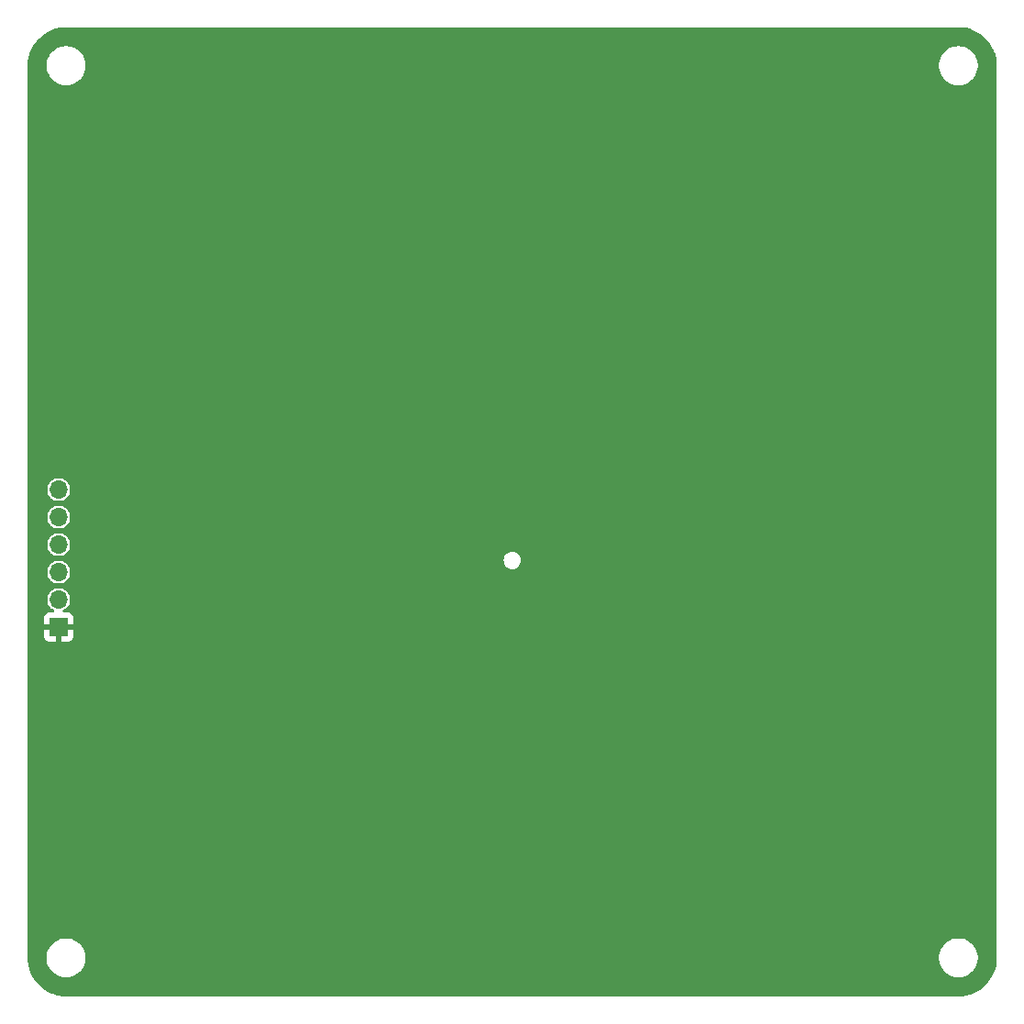
<source format=gbr>
%TF.GenerationSoftware,KiCad,Pcbnew,7.0.6-0*%
%TF.CreationDate,2024-12-08T09:24:40-03:00*%
%TF.ProjectId,CommsBoard,436f6d6d-7342-46f6-9172-642e6b696361,rev?*%
%TF.SameCoordinates,Original*%
%TF.FileFunction,Copper,L4,Bot*%
%TF.FilePolarity,Positive*%
%FSLAX46Y46*%
G04 Gerber Fmt 4.6, Leading zero omitted, Abs format (unit mm)*
G04 Created by KiCad (PCBNEW 7.0.6-0) date 2024-12-08 09:24:40*
%MOMM*%
%LPD*%
G01*
G04 APERTURE LIST*
%TA.AperFunction,ComponentPad*%
%ADD10R,1.700000X1.700000*%
%TD*%
%TA.AperFunction,ComponentPad*%
%ADD11O,1.700000X1.700000*%
%TD*%
%TA.AperFunction,ViaPad*%
%ADD12C,0.609600*%
%TD*%
G04 APERTURE END LIST*
D10*
%TO.P,J1,1,Pin_1*%
%TO.N,GND*%
X73610400Y-97550000D03*
D11*
%TO.P,J1,2,Pin_2*%
%TO.N,Net-(J1-Pin_2)*%
X73610400Y-95010000D03*
%TO.P,J1,3,Pin_3*%
%TO.N,Net-(J1-Pin_3)*%
X73610400Y-92470000D03*
%TO.P,J1,4,Pin_4*%
%TO.N,Net-(J1-Pin_4)*%
X73610400Y-89930000D03*
%TO.P,J1,5,Pin_5*%
%TO.N,Net-(J1-Pin_5)*%
X73610400Y-87390000D03*
%TO.P,J1,6,Pin_6*%
%TO.N,Net-(J1-Pin_6)*%
X73610400Y-84850000D03*
%TD*%
D12*
%TO.N,GND*%
X115910400Y-93210000D03*
X129610400Y-88100000D03*
X117510400Y-91410000D03*
X134310400Y-83500000D03*
X116810400Y-84900000D03*
X116710400Y-90010000D03*
X132910400Y-98100000D03*
X145510400Y-81600000D03*
X129810400Y-117000000D03*
X120310400Y-86500000D03*
X101210400Y-106500000D03*
X109510400Y-92510000D03*
X108710400Y-112800000D03*
X140910400Y-101600000D03*
X115110400Y-93210000D03*
X109610400Y-102100000D03*
X117310400Y-92210000D03*
X123010400Y-93800000D03*
X109410400Y-90310000D03*
X97310400Y-99400000D03*
X117310400Y-90610000D03*
X105010400Y-92100000D03*
X114310400Y-90010000D03*
X105010400Y-91000000D03*
X122010400Y-109300000D03*
X115110400Y-89610000D03*
X115910400Y-89610000D03*
X113010400Y-124000000D03*
X114310400Y-92810000D03*
X124410400Y-83700000D03*
X116710400Y-92810000D03*
X146110400Y-96800000D03*
X117210400Y-100800000D03*
X105510400Y-94400000D03*
X105210400Y-89500000D03*
%TD*%
%TA.AperFunction,Conductor*%
%TO.N,GND*%
G36*
X156647293Y-42150640D02*
G01*
X156656825Y-42150602D01*
X156656827Y-42150603D01*
X156682824Y-42150500D01*
X156701189Y-42150500D01*
X156703966Y-42150562D01*
X157046346Y-42166060D01*
X157052395Y-42166632D01*
X157391535Y-42215690D01*
X157397508Y-42216856D01*
X157730166Y-42298997D01*
X157736006Y-42300748D01*
X158058988Y-42415182D01*
X158064623Y-42417497D01*
X158374787Y-42563109D01*
X158380164Y-42565964D01*
X158674528Y-42741356D01*
X158679603Y-42744728D01*
X158955307Y-42948198D01*
X158960024Y-42952052D01*
X159214394Y-43181622D01*
X159218719Y-43185929D01*
X159449292Y-43439375D01*
X159453172Y-43444086D01*
X159657728Y-43718969D01*
X159661123Y-43724032D01*
X159837689Y-44017704D01*
X159840564Y-44023069D01*
X159987406Y-44332643D01*
X159989747Y-44338279D01*
X160003439Y-44376439D01*
X160105465Y-44660803D01*
X160107236Y-44666627D01*
X160140037Y-44797230D01*
X160190699Y-44998951D01*
X160191892Y-45004936D01*
X160242294Y-45343846D01*
X160242894Y-45349920D01*
X160259825Y-45693677D01*
X160259900Y-45696727D01*
X160259900Y-128093670D01*
X160259825Y-128096713D01*
X160242906Y-128441090D01*
X160242310Y-128447148D01*
X160191945Y-128786684D01*
X160190757Y-128792656D01*
X160107352Y-129125625D01*
X160105585Y-129131451D01*
X159989945Y-129454645D01*
X159987615Y-129460270D01*
X159840852Y-129770575D01*
X159837982Y-129775944D01*
X159661518Y-130070355D01*
X159658136Y-130075417D01*
X159453655Y-130351128D01*
X159449793Y-130355834D01*
X159219275Y-130610170D01*
X159214970Y-130614475D01*
X158960634Y-130844993D01*
X158955928Y-130848855D01*
X158680217Y-131053336D01*
X158675155Y-131056718D01*
X158380744Y-131233182D01*
X158375375Y-131236052D01*
X158065070Y-131382815D01*
X158059445Y-131385145D01*
X157736251Y-131500785D01*
X157730425Y-131502552D01*
X157397456Y-131585957D01*
X157391484Y-131587145D01*
X157051948Y-131637510D01*
X157045889Y-131638106D01*
X156757634Y-131652267D01*
X156727372Y-131650036D01*
X156724679Y-131649500D01*
X156724674Y-131649500D01*
X74301529Y-131649500D01*
X74298486Y-131649425D01*
X73955130Y-131632556D01*
X73949071Y-131631960D01*
X73610539Y-131581743D01*
X73604571Y-131580556D01*
X73559400Y-131569242D01*
X73272586Y-131497398D01*
X73266760Y-131495631D01*
X73083568Y-131430084D01*
X72944538Y-131380338D01*
X72938918Y-131378010D01*
X72629527Y-131231680D01*
X72624162Y-131228813D01*
X72330621Y-131052870D01*
X72325559Y-131049488D01*
X72124931Y-130900693D01*
X72050662Y-130845611D01*
X72045958Y-130841750D01*
X71792366Y-130611908D01*
X71788091Y-130607633D01*
X71558247Y-130354039D01*
X71554386Y-130349335D01*
X71350511Y-130074440D01*
X71347129Y-130069378D01*
X71236846Y-129885383D01*
X71171182Y-129775830D01*
X71168319Y-129770472D01*
X71021989Y-129461081D01*
X71019665Y-129455471D01*
X70904366Y-129133232D01*
X70902601Y-129127413D01*
X70876302Y-129022422D01*
X70819439Y-128795412D01*
X70818256Y-128789460D01*
X70798583Y-128656838D01*
X70768038Y-128450922D01*
X70767443Y-128444869D01*
X70757130Y-128234936D01*
X72499500Y-128234936D01*
X72539718Y-128501767D01*
X72539720Y-128501773D01*
X72619262Y-128759641D01*
X72736346Y-129002769D01*
X72736348Y-129002771D01*
X72736349Y-129002774D01*
X72888364Y-129225741D01*
X72888365Y-129225741D01*
X73071910Y-129423557D01*
X73071914Y-129423560D01*
X73071915Y-129423561D01*
X73282898Y-129591815D01*
X73516602Y-129726743D01*
X73767805Y-129825334D01*
X74030897Y-129885383D01*
X74059715Y-129887542D01*
X74232618Y-129900500D01*
X74232624Y-129900500D01*
X74367382Y-129900500D01*
X74518671Y-129889162D01*
X74569103Y-129885383D01*
X74832195Y-129825334D01*
X75083398Y-129726743D01*
X75317102Y-129591815D01*
X75528085Y-129423561D01*
X75711635Y-129225741D01*
X75863651Y-129002775D01*
X75980738Y-128759641D01*
X76060280Y-128501772D01*
X76069427Y-128441090D01*
X76100499Y-128234936D01*
X154899500Y-128234936D01*
X154939718Y-128501767D01*
X154939720Y-128501773D01*
X155019262Y-128759641D01*
X155136346Y-129002769D01*
X155136348Y-129002771D01*
X155136349Y-129002774D01*
X155288364Y-129225740D01*
X155288365Y-129225741D01*
X155471910Y-129423557D01*
X155471914Y-129423560D01*
X155471915Y-129423561D01*
X155682898Y-129591815D01*
X155916602Y-129726743D01*
X156167805Y-129825334D01*
X156430897Y-129885383D01*
X156459715Y-129887542D01*
X156632618Y-129900500D01*
X156632624Y-129900500D01*
X156767382Y-129900500D01*
X156918671Y-129889162D01*
X156969103Y-129885383D01*
X157232195Y-129825334D01*
X157483398Y-129726743D01*
X157717102Y-129591815D01*
X157928085Y-129423561D01*
X158111635Y-129225741D01*
X158263651Y-129002775D01*
X158380738Y-128759641D01*
X158460280Y-128501772D01*
X158469427Y-128441090D01*
X158500499Y-128234936D01*
X158500500Y-128234927D01*
X158500500Y-127965072D01*
X158500499Y-127965063D01*
X158460281Y-127698232D01*
X158460279Y-127698226D01*
X158380738Y-127440359D01*
X158263651Y-127197226D01*
X158111635Y-126974259D01*
X158101358Y-126963183D01*
X157928089Y-126776442D01*
X157887509Y-126744080D01*
X157717102Y-126608185D01*
X157483398Y-126473257D01*
X157483396Y-126473256D01*
X157232195Y-126374666D01*
X157232188Y-126374664D01*
X156969101Y-126314616D01*
X156767382Y-126299500D01*
X156767376Y-126299500D01*
X156632624Y-126299500D01*
X156632618Y-126299500D01*
X156430898Y-126314616D01*
X156167811Y-126374664D01*
X156167804Y-126374666D01*
X155916603Y-126473256D01*
X155916599Y-126473258D01*
X155682898Y-126608185D01*
X155471910Y-126776442D01*
X155288365Y-126974258D01*
X155136345Y-127197231D01*
X155136344Y-127197232D01*
X155019263Y-127440355D01*
X154939720Y-127698226D01*
X154939718Y-127698232D01*
X154899500Y-127965063D01*
X154899500Y-128234936D01*
X76100499Y-128234936D01*
X76100500Y-128234927D01*
X76100500Y-127965072D01*
X76100499Y-127965063D01*
X76060281Y-127698232D01*
X76060279Y-127698226D01*
X75980738Y-127440359D01*
X75863651Y-127197226D01*
X75711635Y-126974259D01*
X75701358Y-126963183D01*
X75528089Y-126776442D01*
X75487509Y-126744080D01*
X75317102Y-126608185D01*
X75083398Y-126473257D01*
X75083396Y-126473256D01*
X74832195Y-126374666D01*
X74832188Y-126374664D01*
X74569101Y-126314616D01*
X74367382Y-126299500D01*
X74367376Y-126299500D01*
X74232624Y-126299500D01*
X74232618Y-126299500D01*
X74030898Y-126314616D01*
X73767811Y-126374664D01*
X73767804Y-126374666D01*
X73516603Y-126473256D01*
X73516599Y-126473258D01*
X73282898Y-126608185D01*
X73071910Y-126776442D01*
X72888365Y-126974258D01*
X72736345Y-127197231D01*
X72736344Y-127197232D01*
X72619263Y-127440355D01*
X72539720Y-127698226D01*
X72539718Y-127698232D01*
X72499500Y-127965063D01*
X72499500Y-128234936D01*
X70757130Y-128234936D01*
X70750575Y-128101512D01*
X70750500Y-128098470D01*
X70750500Y-98447844D01*
X72260400Y-98447844D01*
X72266801Y-98507372D01*
X72266803Y-98507379D01*
X72317045Y-98642086D01*
X72317049Y-98642093D01*
X72403209Y-98757187D01*
X72403212Y-98757190D01*
X72518306Y-98843350D01*
X72518313Y-98843354D01*
X72653020Y-98893596D01*
X72653027Y-98893598D01*
X72712555Y-98899999D01*
X72712572Y-98900000D01*
X73360400Y-98900000D01*
X73360400Y-97985501D01*
X73468085Y-98034680D01*
X73574637Y-98050000D01*
X73646163Y-98050000D01*
X73752715Y-98034680D01*
X73860400Y-97985501D01*
X73860400Y-98900000D01*
X74508228Y-98900000D01*
X74508244Y-98899999D01*
X74567772Y-98893598D01*
X74567779Y-98893596D01*
X74702486Y-98843354D01*
X74702493Y-98843350D01*
X74817587Y-98757190D01*
X74817590Y-98757187D01*
X74903750Y-98642093D01*
X74903754Y-98642086D01*
X74953996Y-98507379D01*
X74953998Y-98507372D01*
X74960399Y-98447844D01*
X74960400Y-98447827D01*
X74960400Y-97800000D01*
X74044086Y-97800000D01*
X74069893Y-97759844D01*
X74110400Y-97621889D01*
X74110400Y-97478111D01*
X74069893Y-97340156D01*
X74044086Y-97300000D01*
X74960400Y-97300000D01*
X74960400Y-96652172D01*
X74960399Y-96652155D01*
X74953998Y-96592627D01*
X74953996Y-96592620D01*
X74903754Y-96457913D01*
X74903750Y-96457906D01*
X74817590Y-96342812D01*
X74817587Y-96342809D01*
X74702493Y-96256649D01*
X74702486Y-96256645D01*
X74567779Y-96206403D01*
X74567772Y-96206401D01*
X74508244Y-96200000D01*
X74107587Y-96200000D01*
X74040548Y-96180315D01*
X73994793Y-96127511D01*
X73984849Y-96058353D01*
X74013874Y-95994797D01*
X74049133Y-95966642D01*
X74196850Y-95887685D01*
X74356810Y-95756410D01*
X74488085Y-95596450D01*
X74585632Y-95413954D01*
X74645700Y-95215934D01*
X74665983Y-95010000D01*
X74645700Y-94804066D01*
X74585632Y-94606046D01*
X74488085Y-94423550D01*
X74436102Y-94360209D01*
X74356810Y-94263589D01*
X74196852Y-94132317D01*
X74196853Y-94132317D01*
X74196850Y-94132315D01*
X74014354Y-94034768D01*
X73816334Y-93974700D01*
X73816332Y-93974699D01*
X73816334Y-93974699D01*
X73610400Y-93954417D01*
X73404467Y-93974699D01*
X73206443Y-94034769D01*
X73096298Y-94093643D01*
X73023950Y-94132315D01*
X73023948Y-94132316D01*
X73023947Y-94132317D01*
X72863989Y-94263589D01*
X72732717Y-94423547D01*
X72635169Y-94606043D01*
X72575099Y-94804067D01*
X72554817Y-95010000D01*
X72575099Y-95215932D01*
X72575100Y-95215934D01*
X72635168Y-95413954D01*
X72732715Y-95596450D01*
X72732717Y-95596452D01*
X72863989Y-95756410D01*
X72960609Y-95835702D01*
X73023950Y-95887685D01*
X73171667Y-95966642D01*
X73221511Y-96015605D01*
X73236971Y-96083743D01*
X73213139Y-96149422D01*
X73157581Y-96191791D01*
X73113213Y-96200000D01*
X72712555Y-96200000D01*
X72653027Y-96206401D01*
X72653020Y-96206403D01*
X72518313Y-96256645D01*
X72518306Y-96256649D01*
X72403212Y-96342809D01*
X72403209Y-96342812D01*
X72317049Y-96457906D01*
X72317045Y-96457913D01*
X72266803Y-96592620D01*
X72266801Y-96592627D01*
X72260400Y-96652155D01*
X72260400Y-97300000D01*
X73176714Y-97300000D01*
X73150907Y-97340156D01*
X73110400Y-97478111D01*
X73110400Y-97621889D01*
X73150907Y-97759844D01*
X73176714Y-97800000D01*
X72260400Y-97800000D01*
X72260400Y-98447844D01*
X70750500Y-98447844D01*
X70750500Y-92469999D01*
X72554817Y-92469999D01*
X72575099Y-92675932D01*
X72575100Y-92675934D01*
X72635168Y-92873954D01*
X72732715Y-93056450D01*
X72732717Y-93056452D01*
X72863989Y-93216410D01*
X72960609Y-93295702D01*
X73023950Y-93347685D01*
X73206446Y-93445232D01*
X73404466Y-93505300D01*
X73404465Y-93505300D01*
X73424747Y-93507297D01*
X73610400Y-93525583D01*
X73816334Y-93505300D01*
X74014354Y-93445232D01*
X74196850Y-93347685D01*
X74356810Y-93216410D01*
X74488085Y-93056450D01*
X74585632Y-92873954D01*
X74645700Y-92675934D01*
X74665983Y-92470000D01*
X74645700Y-92264066D01*
X74585632Y-92066046D01*
X74488085Y-91883550D01*
X74378092Y-91749522D01*
X74356810Y-91723589D01*
X74196852Y-91592317D01*
X74196853Y-91592317D01*
X74196850Y-91592315D01*
X74014354Y-91494768D01*
X73816334Y-91434700D01*
X73816332Y-91434699D01*
X73816334Y-91434699D01*
X73610400Y-91414417D01*
X73404467Y-91434699D01*
X73206443Y-91494769D01*
X73096298Y-91553643D01*
X73023950Y-91592315D01*
X73023948Y-91592316D01*
X73023947Y-91592317D01*
X72863989Y-91723589D01*
X72732717Y-91883547D01*
X72635169Y-92066043D01*
X72575099Y-92264067D01*
X72554817Y-92469999D01*
X70750500Y-92469999D01*
X70750500Y-91400003D01*
X114704835Y-91400003D01*
X114725030Y-91579249D01*
X114725031Y-91579254D01*
X114784611Y-91749523D01*
X114868826Y-91883550D01*
X114880584Y-91902262D01*
X115008138Y-92029816D01*
X115160878Y-92125789D01*
X115331144Y-92185368D01*
X115331145Y-92185368D01*
X115331150Y-92185369D01*
X115421646Y-92195565D01*
X115465440Y-92200499D01*
X115465443Y-92200500D01*
X115465446Y-92200500D01*
X115555357Y-92200500D01*
X115555358Y-92200499D01*
X115622504Y-92192934D01*
X115689649Y-92185369D01*
X115689652Y-92185368D01*
X115689655Y-92185368D01*
X115859922Y-92125789D01*
X116012662Y-92029816D01*
X116140216Y-91902262D01*
X116236189Y-91749522D01*
X116295768Y-91579255D01*
X116295769Y-91579249D01*
X116315965Y-91400003D01*
X116315965Y-91399996D01*
X116295769Y-91220750D01*
X116295768Y-91220745D01*
X116236188Y-91050476D01*
X116182668Y-90965300D01*
X116140216Y-90897738D01*
X116012662Y-90770184D01*
X116012661Y-90770183D01*
X115859923Y-90674211D01*
X115689654Y-90614631D01*
X115689649Y-90614630D01*
X115555360Y-90599500D01*
X115555354Y-90599500D01*
X115465446Y-90599500D01*
X115465439Y-90599500D01*
X115331150Y-90614630D01*
X115331145Y-90614631D01*
X115160876Y-90674211D01*
X115008137Y-90770184D01*
X114880584Y-90897737D01*
X114784611Y-91050476D01*
X114725031Y-91220745D01*
X114725030Y-91220750D01*
X114704835Y-91399996D01*
X114704835Y-91400003D01*
X70750500Y-91400003D01*
X70750500Y-89930000D01*
X72554817Y-89930000D01*
X72575099Y-90135932D01*
X72575100Y-90135934D01*
X72635168Y-90333954D01*
X72732715Y-90516450D01*
X72732717Y-90516452D01*
X72863989Y-90676410D01*
X72960609Y-90755702D01*
X73023950Y-90807685D01*
X73206446Y-90905232D01*
X73404466Y-90965300D01*
X73404465Y-90965300D01*
X73424747Y-90967297D01*
X73610400Y-90985583D01*
X73816334Y-90965300D01*
X74014354Y-90905232D01*
X74196850Y-90807685D01*
X74356810Y-90676410D01*
X74488085Y-90516450D01*
X74585632Y-90333954D01*
X74645700Y-90135934D01*
X74665983Y-89930000D01*
X74645700Y-89724066D01*
X74585632Y-89526046D01*
X74488085Y-89343550D01*
X74436102Y-89280209D01*
X74356810Y-89183589D01*
X74196852Y-89052317D01*
X74196853Y-89052317D01*
X74196850Y-89052315D01*
X74014354Y-88954768D01*
X73816334Y-88894700D01*
X73816332Y-88894699D01*
X73816334Y-88894699D01*
X73628863Y-88876235D01*
X73610400Y-88874417D01*
X73610399Y-88874417D01*
X73404467Y-88894699D01*
X73206443Y-88954769D01*
X73096298Y-89013643D01*
X73023950Y-89052315D01*
X73023948Y-89052316D01*
X73023947Y-89052317D01*
X72863989Y-89183589D01*
X72732717Y-89343547D01*
X72635169Y-89526043D01*
X72575099Y-89724067D01*
X72554817Y-89930000D01*
X70750500Y-89930000D01*
X70750500Y-87389999D01*
X72554817Y-87389999D01*
X72575099Y-87595932D01*
X72575100Y-87595934D01*
X72635168Y-87793954D01*
X72732715Y-87976450D01*
X72732717Y-87976452D01*
X72863989Y-88136410D01*
X72960609Y-88215702D01*
X73023950Y-88267685D01*
X73206446Y-88365232D01*
X73404466Y-88425300D01*
X73404465Y-88425300D01*
X73424748Y-88427297D01*
X73610400Y-88445583D01*
X73816334Y-88425300D01*
X74014354Y-88365232D01*
X74196850Y-88267685D01*
X74356810Y-88136410D01*
X74488085Y-87976450D01*
X74585632Y-87793954D01*
X74645700Y-87595934D01*
X74665983Y-87390000D01*
X74645700Y-87184066D01*
X74585632Y-86986046D01*
X74488085Y-86803550D01*
X74436102Y-86740209D01*
X74356810Y-86643589D01*
X74196852Y-86512317D01*
X74196853Y-86512317D01*
X74196850Y-86512315D01*
X74014354Y-86414768D01*
X73816334Y-86354700D01*
X73816332Y-86354699D01*
X73816334Y-86354699D01*
X73610400Y-86334417D01*
X73404467Y-86354699D01*
X73206443Y-86414769D01*
X73096298Y-86473643D01*
X73023950Y-86512315D01*
X73023948Y-86512316D01*
X73023947Y-86512317D01*
X72863989Y-86643589D01*
X72732717Y-86803547D01*
X72635169Y-86986043D01*
X72575099Y-87184067D01*
X72554817Y-87389999D01*
X70750500Y-87389999D01*
X70750500Y-84850000D01*
X72554817Y-84850000D01*
X72575099Y-85055932D01*
X72575100Y-85055934D01*
X72635168Y-85253954D01*
X72732715Y-85436450D01*
X72732717Y-85436452D01*
X72863989Y-85596410D01*
X72960609Y-85675702D01*
X73023950Y-85727685D01*
X73206446Y-85825232D01*
X73404466Y-85885300D01*
X73404465Y-85885300D01*
X73422929Y-85887118D01*
X73610400Y-85905583D01*
X73816334Y-85885300D01*
X74014354Y-85825232D01*
X74196850Y-85727685D01*
X74356810Y-85596410D01*
X74488085Y-85436450D01*
X74585632Y-85253954D01*
X74645700Y-85055934D01*
X74665983Y-84850000D01*
X74645700Y-84644066D01*
X74585632Y-84446046D01*
X74488085Y-84263550D01*
X74436102Y-84200209D01*
X74356810Y-84103589D01*
X74196852Y-83972317D01*
X74196853Y-83972317D01*
X74196850Y-83972315D01*
X74014354Y-83874768D01*
X73816334Y-83814700D01*
X73816332Y-83814699D01*
X73816334Y-83814699D01*
X73628863Y-83796235D01*
X73610400Y-83794417D01*
X73610399Y-83794417D01*
X73404467Y-83814699D01*
X73206443Y-83874769D01*
X73096298Y-83933643D01*
X73023950Y-83972315D01*
X73023948Y-83972316D01*
X73023947Y-83972317D01*
X72863989Y-84103589D01*
X72732717Y-84263547D01*
X72635169Y-84446043D01*
X72575099Y-84644067D01*
X72554817Y-84850000D01*
X70750500Y-84850000D01*
X70750500Y-45834936D01*
X72499500Y-45834936D01*
X72539718Y-46101767D01*
X72539720Y-46101773D01*
X72619262Y-46359641D01*
X72736346Y-46602769D01*
X72888365Y-46825741D01*
X73071910Y-47023557D01*
X73071914Y-47023560D01*
X73071915Y-47023561D01*
X73282898Y-47191815D01*
X73516602Y-47326743D01*
X73767805Y-47425334D01*
X74030897Y-47485383D01*
X74059715Y-47487542D01*
X74232618Y-47500500D01*
X74232624Y-47500500D01*
X74367382Y-47500500D01*
X74518671Y-47489162D01*
X74569103Y-47485383D01*
X74832195Y-47425334D01*
X75083398Y-47326743D01*
X75317102Y-47191815D01*
X75528085Y-47023561D01*
X75711635Y-46825741D01*
X75863651Y-46602775D01*
X75980738Y-46359641D01*
X76060280Y-46101772D01*
X76100499Y-45834936D01*
X154899500Y-45834936D01*
X154939718Y-46101767D01*
X154939720Y-46101773D01*
X155019262Y-46359641D01*
X155136346Y-46602769D01*
X155288365Y-46825741D01*
X155471910Y-47023557D01*
X155471914Y-47023560D01*
X155471915Y-47023561D01*
X155682898Y-47191815D01*
X155916602Y-47326743D01*
X156167805Y-47425334D01*
X156430897Y-47485383D01*
X156459715Y-47487542D01*
X156632618Y-47500500D01*
X156632624Y-47500500D01*
X156767382Y-47500500D01*
X156918671Y-47489162D01*
X156969103Y-47485383D01*
X157232195Y-47425334D01*
X157483398Y-47326743D01*
X157717102Y-47191815D01*
X157928085Y-47023561D01*
X158111635Y-46825741D01*
X158263651Y-46602775D01*
X158380738Y-46359641D01*
X158460280Y-46101772D01*
X158500500Y-45834929D01*
X158500500Y-45565071D01*
X158500499Y-45565063D01*
X158460281Y-45298232D01*
X158460279Y-45298226D01*
X158411411Y-45139800D01*
X158380738Y-45040359D01*
X158263651Y-44797226D01*
X158111635Y-44574259D01*
X158101358Y-44563183D01*
X157928089Y-44376442D01*
X157873167Y-44332643D01*
X157717102Y-44208185D01*
X157483398Y-44073257D01*
X157483396Y-44073256D01*
X157232195Y-43974666D01*
X157232188Y-43974664D01*
X156969101Y-43914616D01*
X156767382Y-43899500D01*
X156767376Y-43899500D01*
X156632624Y-43899500D01*
X156632618Y-43899500D01*
X156430898Y-43914616D01*
X156167811Y-43974664D01*
X156167804Y-43974666D01*
X155916603Y-44073256D01*
X155916599Y-44073258D01*
X155682898Y-44208185D01*
X155471910Y-44376442D01*
X155288365Y-44574258D01*
X155136345Y-44797231D01*
X155136344Y-44797232D01*
X155019263Y-45040355D01*
X154939720Y-45298226D01*
X154939718Y-45298232D01*
X154899500Y-45565063D01*
X154899500Y-45834936D01*
X76100499Y-45834936D01*
X76100500Y-45834929D01*
X76100500Y-45565071D01*
X76100499Y-45565063D01*
X76060281Y-45298232D01*
X76060279Y-45298226D01*
X76011411Y-45139800D01*
X75980738Y-45040359D01*
X75863651Y-44797226D01*
X75711635Y-44574259D01*
X75701358Y-44563183D01*
X75528089Y-44376442D01*
X75473167Y-44332643D01*
X75317102Y-44208185D01*
X75083398Y-44073257D01*
X75083396Y-44073256D01*
X74832195Y-43974666D01*
X74832188Y-43974664D01*
X74569101Y-43914616D01*
X74367382Y-43899500D01*
X74367376Y-43899500D01*
X74232624Y-43899500D01*
X74232618Y-43899500D01*
X74030898Y-43914616D01*
X73767811Y-43974664D01*
X73767804Y-43974666D01*
X73516603Y-44073256D01*
X73516599Y-44073258D01*
X73282898Y-44208185D01*
X73071910Y-44376442D01*
X72888365Y-44574258D01*
X72736345Y-44797231D01*
X72736344Y-44797232D01*
X72619263Y-45040355D01*
X72539720Y-45298226D01*
X72539718Y-45298232D01*
X72499500Y-45565063D01*
X72499500Y-45834936D01*
X70750500Y-45834936D01*
X70750500Y-45701528D01*
X70750575Y-45698486D01*
X70767443Y-45355130D01*
X70768039Y-45349072D01*
X70768366Y-45346872D01*
X70818256Y-45010534D01*
X70819438Y-45004590D01*
X70902601Y-44672586D01*
X70904364Y-44666772D01*
X71019668Y-44344521D01*
X71021989Y-44338918D01*
X71147636Y-44073258D01*
X71168322Y-44029521D01*
X71171177Y-44024178D01*
X71347137Y-43730609D01*
X71350505Y-43725567D01*
X71554397Y-43450649D01*
X71558238Y-43445970D01*
X71788101Y-43192355D01*
X71792355Y-43188101D01*
X72045970Y-42958238D01*
X72050649Y-42954397D01*
X72325567Y-42750505D01*
X72330609Y-42747137D01*
X72624178Y-42571177D01*
X72629521Y-42568322D01*
X72938921Y-42421987D01*
X72944521Y-42419668D01*
X73266772Y-42304364D01*
X73272586Y-42302601D01*
X73316811Y-42291523D01*
X73604590Y-42219438D01*
X73610534Y-42218256D01*
X73949079Y-42168038D01*
X73955130Y-42167443D01*
X74298487Y-42150575D01*
X74301529Y-42150500D01*
X74344170Y-42150500D01*
X156645644Y-42150500D01*
X156647293Y-42150640D01*
G37*
%TD.AperFunction*%
%TD*%
M02*

</source>
